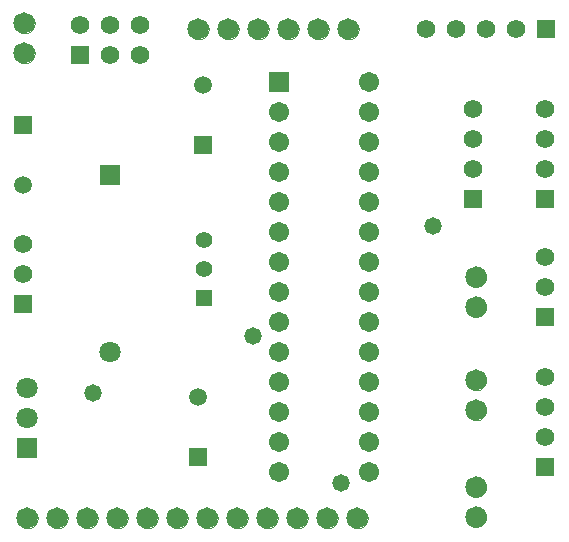
<source format=gts>
G04*
G04 #@! TF.GenerationSoftware,Altium Limited,Altium Designer,22.9.1 (49)*
G04*
G04 Layer_Color=8388736*
%FSLAX25Y25*%
%MOIN*%
G70*
G04*
G04 #@! TF.SameCoordinates,75241AAF-32B0-4302-B227-1967B964D7D5*
G04*
G04*
G04 #@! TF.FilePolarity,Negative*
G04*
G01*
G75*
%ADD16C,0.00000*%
%ADD17R,0.06194X0.06194*%
%ADD18C,0.06194*%
%ADD19R,0.06194X0.06194*%
%ADD20R,0.07099X0.07099*%
%ADD21C,0.07099*%
%ADD22R,0.05918X0.05918*%
%ADD23C,0.05918*%
%ADD24R,0.05524X0.05524*%
%ADD25C,0.05524*%
%ADD26C,0.06706*%
%ADD27R,0.06706X0.06706*%
%ADD28R,0.07099X0.07099*%
%ADD29C,0.07178*%
%ADD30C,0.05800*%
D16*
X28890Y185000D02*
X28739Y185999D01*
X28301Y186910D01*
X27614Y187650D01*
X26739Y188156D01*
X25753Y188381D01*
X24746Y188305D01*
X23805Y187936D01*
X23015Y187306D01*
X22446Y186471D01*
X22148Y185505D01*
Y184495D01*
X22446Y183529D01*
X23015Y182694D01*
X23805Y182064D01*
X24746Y181695D01*
X25753Y181620D01*
X26739Y181844D01*
X27614Y182350D01*
X28301Y183090D01*
X28739Y184001D01*
X28890Y185000D01*
Y175000D02*
X28739Y175999D01*
X28301Y176910D01*
X27614Y177650D01*
X26739Y178156D01*
X25753Y178381D01*
X24746Y178305D01*
X23805Y177936D01*
X23015Y177306D01*
X22446Y176471D01*
X22148Y175505D01*
Y174495D01*
X22446Y173529D01*
X23015Y172694D01*
X23805Y172064D01*
X24746Y171695D01*
X25753Y171619D01*
X26739Y171844D01*
X27614Y172350D01*
X28301Y173090D01*
X28739Y174001D01*
X28890Y175000D01*
X86890Y183000D02*
X86739Y183999D01*
X86301Y184910D01*
X85614Y185650D01*
X84738Y186156D01*
X83753Y186381D01*
X82746Y186305D01*
X81805Y185936D01*
X81015Y185306D01*
X80446Y184471D01*
X80148Y183505D01*
Y182495D01*
X80446Y181529D01*
X81015Y180694D01*
X81805Y180064D01*
X82746Y179695D01*
X83753Y179620D01*
X84738Y179844D01*
X85614Y180350D01*
X86301Y181090D01*
X86739Y182001D01*
X86890Y183000D01*
X96890D02*
X96739Y183999D01*
X96301Y184910D01*
X95614Y185650D01*
X94739Y186156D01*
X93753Y186381D01*
X92746Y186305D01*
X91805Y185936D01*
X91015Y185306D01*
X90446Y184471D01*
X90148Y183505D01*
Y182495D01*
X90446Y181529D01*
X91015Y180694D01*
X91805Y180064D01*
X92746Y179695D01*
X93753Y179620D01*
X94739Y179844D01*
X95614Y180350D01*
X96301Y181090D01*
X96739Y182001D01*
X96890Y183000D01*
X106890D02*
X106739Y183999D01*
X106301Y184910D01*
X105614Y185650D01*
X104738Y186156D01*
X103753Y186381D01*
X102746Y186305D01*
X101805Y185936D01*
X101015Y185306D01*
X100446Y184471D01*
X100148Y183505D01*
Y182495D01*
X100446Y181529D01*
X101015Y180694D01*
X101805Y180064D01*
X102746Y179695D01*
X103753Y179620D01*
X104738Y179844D01*
X105614Y180350D01*
X106301Y181090D01*
X106739Y182001D01*
X106890Y183000D01*
X116890D02*
X116739Y183999D01*
X116301Y184910D01*
X115614Y185650D01*
X114739Y186156D01*
X113753Y186381D01*
X112746Y186305D01*
X111805Y185936D01*
X111015Y185306D01*
X110446Y184471D01*
X110148Y183505D01*
Y182495D01*
X110446Y181529D01*
X111015Y180694D01*
X111805Y180064D01*
X112746Y179695D01*
X113753Y179620D01*
X114739Y179844D01*
X115614Y180350D01*
X116301Y181090D01*
X116739Y182001D01*
X116890Y183000D01*
X126890D02*
X126739Y183999D01*
X126301Y184910D01*
X125614Y185650D01*
X124739Y186156D01*
X123753Y186381D01*
X122746Y186305D01*
X121805Y185936D01*
X121015Y185306D01*
X120446Y184471D01*
X120148Y183505D01*
Y182495D01*
X120446Y181529D01*
X121015Y180694D01*
X121805Y180064D01*
X122746Y179695D01*
X123753Y179620D01*
X124739Y179844D01*
X125614Y180350D01*
X126301Y181090D01*
X126739Y182001D01*
X126890Y183000D01*
X136890D02*
X136739Y183999D01*
X136301Y184910D01*
X135614Y185650D01*
X134739Y186156D01*
X133753Y186381D01*
X132746Y186305D01*
X131805Y185936D01*
X131015Y185306D01*
X130446Y184471D01*
X130148Y183505D01*
Y182495D01*
X130446Y181529D01*
X131015Y180694D01*
X131805Y180064D01*
X132746Y179695D01*
X133753Y179620D01*
X134739Y179844D01*
X135614Y180350D01*
X136301Y181090D01*
X136739Y182001D01*
X136890Y183000D01*
X179390Y56000D02*
X179239Y56999D01*
X178801Y57910D01*
X178114Y58650D01*
X177239Y59156D01*
X176253Y59381D01*
X175246Y59305D01*
X174305Y58936D01*
X173515Y58306D01*
X172946Y57471D01*
X172648Y56505D01*
Y55495D01*
X172946Y54529D01*
X173515Y53694D01*
X174305Y53064D01*
X175246Y52695D01*
X176253Y52619D01*
X177239Y52844D01*
X178114Y53350D01*
X178801Y54090D01*
X179239Y55001D01*
X179390Y56000D01*
Y66000D02*
X179239Y66999D01*
X178801Y67910D01*
X178114Y68650D01*
X177239Y69156D01*
X176253Y69380D01*
X175246Y69305D01*
X174305Y68936D01*
X173515Y68306D01*
X172946Y67471D01*
X172648Y66505D01*
Y65495D01*
X172946Y64529D01*
X173515Y63694D01*
X174305Y63064D01*
X175246Y62695D01*
X176253Y62620D01*
X177239Y62844D01*
X178114Y63350D01*
X178801Y64090D01*
X179239Y65001D01*
X179390Y66000D01*
Y20500D02*
X179239Y21499D01*
X178801Y22410D01*
X178114Y23150D01*
X177239Y23656D01*
X176253Y23880D01*
X175246Y23805D01*
X174305Y23436D01*
X173515Y22806D01*
X172946Y21971D01*
X172648Y21005D01*
Y19995D01*
X172946Y19029D01*
X173515Y18194D01*
X174305Y17564D01*
X175246Y17195D01*
X176253Y17120D01*
X177239Y17344D01*
X178114Y17850D01*
X178801Y18590D01*
X179239Y19501D01*
X179390Y20500D01*
Y30500D02*
X179239Y31499D01*
X178801Y32410D01*
X178114Y33150D01*
X177239Y33656D01*
X176253Y33880D01*
X175246Y33805D01*
X174305Y33436D01*
X173515Y32806D01*
X172946Y31971D01*
X172648Y31005D01*
Y29995D01*
X172946Y29029D01*
X173515Y28194D01*
X174305Y27564D01*
X175246Y27195D01*
X176253Y27119D01*
X177239Y27344D01*
X178114Y27850D01*
X178801Y28590D01*
X179239Y29501D01*
X179390Y30500D01*
X29890Y20000D02*
X29739Y20999D01*
X29301Y21910D01*
X28614Y22650D01*
X27738Y23156D01*
X26753Y23381D01*
X25746Y23305D01*
X24805Y22936D01*
X24015Y22306D01*
X23446Y21471D01*
X23148Y20505D01*
Y19495D01*
X23446Y18529D01*
X24015Y17694D01*
X24805Y17064D01*
X25746Y16695D01*
X26753Y16620D01*
X27738Y16844D01*
X28614Y17350D01*
X29301Y18090D01*
X29739Y19001D01*
X29890Y20000D01*
X39890D02*
X39739Y20999D01*
X39301Y21910D01*
X38614Y22650D01*
X37738Y23156D01*
X36753Y23381D01*
X35746Y23305D01*
X34805Y22936D01*
X34015Y22306D01*
X33446Y21471D01*
X33148Y20505D01*
Y19495D01*
X33446Y18529D01*
X34015Y17694D01*
X34805Y17064D01*
X35746Y16695D01*
X36753Y16620D01*
X37738Y16844D01*
X38614Y17350D01*
X39301Y18090D01*
X39739Y19001D01*
X39890Y20000D01*
X49890D02*
X49739Y20999D01*
X49301Y21910D01*
X48614Y22650D01*
X47739Y23156D01*
X46753Y23381D01*
X45746Y23305D01*
X44805Y22936D01*
X44015Y22306D01*
X43446Y21471D01*
X43148Y20505D01*
Y19495D01*
X43446Y18529D01*
X44015Y17694D01*
X44805Y17064D01*
X45746Y16695D01*
X46753Y16620D01*
X47739Y16844D01*
X48614Y17350D01*
X49301Y18090D01*
X49739Y19001D01*
X49890Y20000D01*
X59890D02*
X59739Y20999D01*
X59301Y21910D01*
X58614Y22650D01*
X57739Y23156D01*
X56753Y23381D01*
X55746Y23305D01*
X54805Y22936D01*
X54015Y22306D01*
X53446Y21471D01*
X53148Y20505D01*
Y19495D01*
X53446Y18529D01*
X54015Y17694D01*
X54805Y17064D01*
X55746Y16695D01*
X56753Y16620D01*
X57739Y16844D01*
X58614Y17350D01*
X59301Y18090D01*
X59739Y19001D01*
X59890Y20000D01*
X69890D02*
X69739Y20999D01*
X69301Y21910D01*
X68614Y22650D01*
X67738Y23156D01*
X66753Y23381D01*
X65746Y23305D01*
X64805Y22936D01*
X64015Y22306D01*
X63446Y21471D01*
X63148Y20505D01*
Y19495D01*
X63446Y18529D01*
X64015Y17694D01*
X64805Y17064D01*
X65746Y16695D01*
X66753Y16620D01*
X67738Y16844D01*
X68614Y17350D01*
X69301Y18090D01*
X69739Y19001D01*
X69890Y20000D01*
X79890D02*
X79739Y20999D01*
X79301Y21910D01*
X78614Y22650D01*
X77738Y23156D01*
X76753Y23381D01*
X75746Y23305D01*
X74805Y22936D01*
X74015Y22306D01*
X73446Y21471D01*
X73148Y20505D01*
Y19495D01*
X73446Y18529D01*
X74015Y17694D01*
X74805Y17064D01*
X75746Y16695D01*
X76753Y16620D01*
X77738Y16844D01*
X78614Y17350D01*
X79301Y18090D01*
X79739Y19001D01*
X79890Y20000D01*
X89890D02*
X89739Y20999D01*
X89301Y21910D01*
X88614Y22650D01*
X87739Y23156D01*
X86753Y23381D01*
X85746Y23305D01*
X84805Y22936D01*
X84015Y22306D01*
X83446Y21471D01*
X83148Y20505D01*
Y19495D01*
X83446Y18529D01*
X84015Y17694D01*
X84805Y17064D01*
X85746Y16695D01*
X86753Y16620D01*
X87739Y16844D01*
X88614Y17350D01*
X89301Y18090D01*
X89739Y19001D01*
X89890Y20000D01*
X99890D02*
X99739Y20999D01*
X99301Y21910D01*
X98614Y22650D01*
X97738Y23156D01*
X96753Y23381D01*
X95746Y23305D01*
X94805Y22936D01*
X94015Y22306D01*
X93446Y21471D01*
X93148Y20505D01*
Y19495D01*
X93446Y18529D01*
X94015Y17694D01*
X94805Y17064D01*
X95746Y16695D01*
X96753Y16620D01*
X97738Y16844D01*
X98614Y17350D01*
X99301Y18090D01*
X99739Y19001D01*
X99890Y20000D01*
X109890D02*
X109739Y20999D01*
X109301Y21910D01*
X108614Y22650D01*
X107738Y23156D01*
X106753Y23381D01*
X105746Y23305D01*
X104805Y22936D01*
X104015Y22306D01*
X103446Y21471D01*
X103148Y20505D01*
Y19495D01*
X103446Y18529D01*
X104015Y17694D01*
X104805Y17064D01*
X105746Y16695D01*
X106753Y16620D01*
X107738Y16844D01*
X108614Y17350D01*
X109301Y18090D01*
X109739Y19001D01*
X109890Y20000D01*
X119890D02*
X119739Y20999D01*
X119301Y21910D01*
X118614Y22650D01*
X117738Y23156D01*
X116753Y23381D01*
X115746Y23305D01*
X114805Y22936D01*
X114015Y22306D01*
X113446Y21471D01*
X113148Y20505D01*
Y19495D01*
X113446Y18529D01*
X114015Y17694D01*
X114805Y17064D01*
X115746Y16695D01*
X116753Y16620D01*
X117738Y16844D01*
X118614Y17350D01*
X119301Y18090D01*
X119739Y19001D01*
X119890Y20000D01*
X129890D02*
X129739Y20999D01*
X129301Y21910D01*
X128614Y22650D01*
X127738Y23156D01*
X126753Y23381D01*
X125746Y23305D01*
X124805Y22936D01*
X124015Y22306D01*
X123446Y21471D01*
X123148Y20505D01*
Y19495D01*
X123446Y18529D01*
X124015Y17694D01*
X124805Y17064D01*
X125746Y16695D01*
X126753Y16620D01*
X127738Y16844D01*
X128614Y17350D01*
X129301Y18090D01*
X129739Y19001D01*
X129890Y20000D01*
X139890D02*
X139739Y20999D01*
X139301Y21910D01*
X138614Y22650D01*
X137739Y23156D01*
X136753Y23381D01*
X135746Y23305D01*
X134805Y22936D01*
X134015Y22306D01*
X133446Y21471D01*
X133148Y20505D01*
Y19495D01*
X133446Y18529D01*
X134015Y17694D01*
X134805Y17064D01*
X135746Y16695D01*
X136753Y16620D01*
X137739Y16844D01*
X138614Y17350D01*
X139301Y18090D01*
X139739Y19001D01*
X139890Y20000D01*
X179390Y90500D02*
X179239Y91499D01*
X178801Y92410D01*
X178114Y93150D01*
X177239Y93656D01*
X176253Y93880D01*
X175246Y93805D01*
X174305Y93436D01*
X173515Y92806D01*
X172946Y91971D01*
X172648Y91005D01*
Y89995D01*
X172946Y89029D01*
X173515Y88194D01*
X174305Y87564D01*
X175246Y87195D01*
X176253Y87120D01*
X177239Y87344D01*
X178114Y87850D01*
X178801Y88590D01*
X179239Y89501D01*
X179390Y90500D01*
Y100500D02*
X179239Y101499D01*
X178801Y102410D01*
X178114Y103150D01*
X177239Y103656D01*
X176253Y103881D01*
X175246Y103805D01*
X174305Y103436D01*
X173515Y102806D01*
X172946Y101971D01*
X172648Y101005D01*
Y99995D01*
X172946Y99029D01*
X173515Y98194D01*
X174305Y97564D01*
X175246Y97195D01*
X176253Y97119D01*
X177239Y97344D01*
X178114Y97850D01*
X178801Y98590D01*
X179239Y99501D01*
X179390Y100500D01*
D17*
X44000Y174500D02*
D03*
X199500Y183000D02*
D03*
D18*
X44000Y184500D02*
D03*
X54000Y174500D02*
D03*
Y184500D02*
D03*
X64000Y174500D02*
D03*
Y184500D02*
D03*
X25000Y101500D02*
D03*
Y111500D02*
D03*
X199000Y136500D02*
D03*
Y146500D02*
D03*
Y156500D02*
D03*
X175000Y136500D02*
D03*
Y146500D02*
D03*
Y156500D02*
D03*
X199000Y97000D02*
D03*
Y107000D02*
D03*
Y47000D02*
D03*
Y57000D02*
D03*
Y67000D02*
D03*
X189500Y183000D02*
D03*
X179500D02*
D03*
X169500D02*
D03*
X159500D02*
D03*
D19*
X25000Y91500D02*
D03*
X199000Y126500D02*
D03*
X175000D02*
D03*
X199000Y87000D02*
D03*
Y37000D02*
D03*
D20*
X54000Y134528D02*
D03*
D21*
Y75472D02*
D03*
X26500Y63500D02*
D03*
Y53500D02*
D03*
D22*
X83500Y40500D02*
D03*
X85000Y144500D02*
D03*
X25000Y151000D02*
D03*
D23*
X83500Y60500D02*
D03*
X85000Y164500D02*
D03*
X25000Y131000D02*
D03*
D24*
X85500Y93394D02*
D03*
D25*
Y103000D02*
D03*
Y112606D02*
D03*
D26*
X140500Y35500D02*
D03*
Y45500D02*
D03*
Y55500D02*
D03*
Y65500D02*
D03*
Y75500D02*
D03*
Y85500D02*
D03*
Y95500D02*
D03*
Y105500D02*
D03*
Y115500D02*
D03*
Y125500D02*
D03*
Y135500D02*
D03*
Y145500D02*
D03*
Y155500D02*
D03*
Y165500D02*
D03*
X110500Y35500D02*
D03*
Y45500D02*
D03*
Y55500D02*
D03*
Y65500D02*
D03*
Y75500D02*
D03*
Y85500D02*
D03*
Y95500D02*
D03*
Y105500D02*
D03*
Y115500D02*
D03*
Y125500D02*
D03*
Y135500D02*
D03*
Y145500D02*
D03*
Y155500D02*
D03*
D27*
Y165500D02*
D03*
D28*
X26500Y43500D02*
D03*
D29*
X25500Y185000D02*
D03*
Y175000D02*
D03*
X83500Y183000D02*
D03*
X93500D02*
D03*
X103500D02*
D03*
X113500D02*
D03*
X123500D02*
D03*
X133500D02*
D03*
X176000Y56000D02*
D03*
Y66000D02*
D03*
Y20500D02*
D03*
Y30500D02*
D03*
X26500Y20000D02*
D03*
X36500D02*
D03*
X46500D02*
D03*
X56500D02*
D03*
X66500D02*
D03*
X76500D02*
D03*
X86500D02*
D03*
X96500D02*
D03*
X106500D02*
D03*
X116500D02*
D03*
X126500D02*
D03*
X136500D02*
D03*
X176000Y90500D02*
D03*
Y100500D02*
D03*
D30*
X48300Y61800D02*
D03*
X101600Y80900D02*
D03*
X131000Y31900D02*
D03*
X161700Y117300D02*
D03*
M02*

</source>
